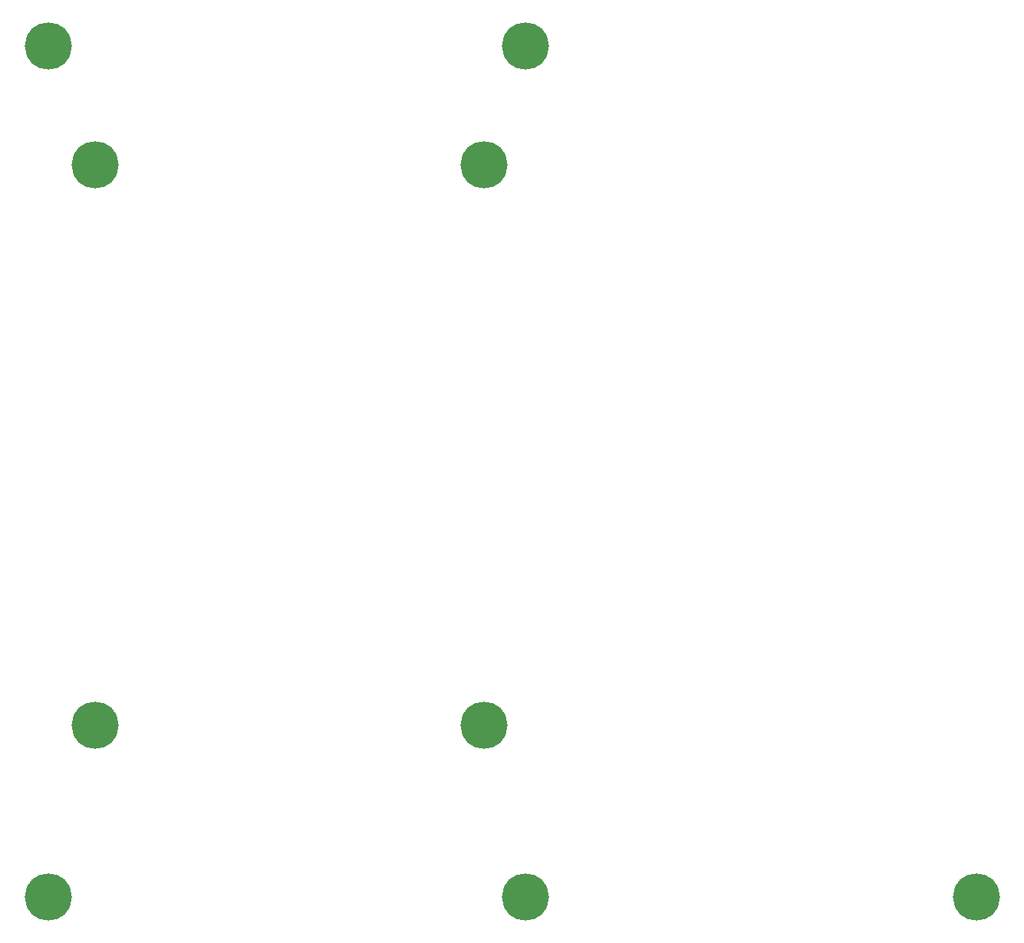
<source format=gbs>
G04 Layer: BottomSolderMaskLayer*
G04 EasyEDA v6.5.29, 2023-07-16 15:11:24*
G04 187f5c6779fd422f98db1b48107103c3,5a6b42c53f6a479593ecc07194224c93,10*
G04 Gerber Generator version 0.2*
G04 Scale: 100 percent, Rotated: No, Reflected: No *
G04 Dimensions in millimeters *
G04 leading zeros omitted , absolute positions ,4 integer and 5 decimal *
%FSLAX45Y45*%
%MOMM*%

%ADD10C,5.2032*%

%LPD*%
D10*
G01*
X469900Y10858500D03*
G01*
X5737199Y10858500D03*
G01*
X471271Y1460500D03*
G01*
X5737199Y1460500D03*
G01*
X5285206Y9543313D03*
G01*
X990600Y9543313D03*
G01*
X5285206Y3352800D03*
G01*
X990600Y3352800D03*
G01*
X10714888Y1461211D03*
M02*

</source>
